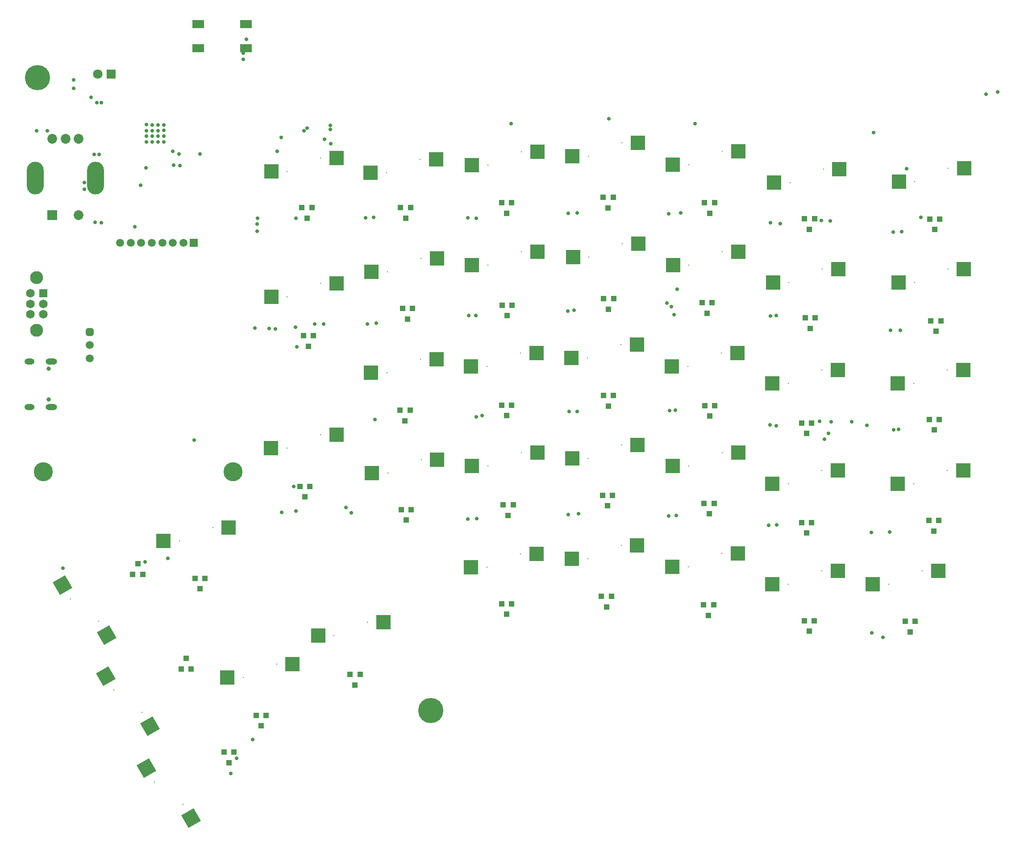
<source format=gbs>
G04*
G04 #@! TF.GenerationSoftware,Altium Limited,Altium Designer,24.10.1 (45)*
G04*
G04 Layer_Color=16711935*
%FSLAX44Y44*%
%MOMM*%
G71*
G04*
G04 #@! TF.SameCoordinates,C5D54C42-AD36-42D0-BC00-7EC9B4A80EB1*
G04*
G04*
G04 #@! TF.FilePolarity,Negative*
G04*
G01*
G75*
%ADD81R,1.0032X1.1032*%
%ADD138C,0.2032*%
%ADD139C,0.7032*%
%ADD140R,1.5112X1.5112*%
%ADD141C,1.5112*%
%ADD142C,4.7752*%
%ADD143R,1.8532X1.8532*%
%ADD144C,1.8532*%
%ADD145O,3.2032X6.2032*%
%ADD146C,1.8032*%
%ADD147R,1.8032X1.8032*%
G04:AMPARAMS|DCode=148|XSize=1.5112mm|YSize=1.5112mm|CornerRadius=0.4286mm|HoleSize=0mm|Usage=FLASHONLY|Rotation=90.000|XOffset=0mm|YOffset=0mm|HoleType=Round|Shape=RoundedRectangle|*
%AMROUNDEDRECTD148*
21,1,1.5112,0.6540,0,0,90.0*
21,1,0.6540,1.5112,0,0,90.0*
1,1,0.8572,0.3270,0.3270*
1,1,0.8572,0.3270,-0.3270*
1,1,0.8572,-0.3270,-0.3270*
1,1,0.8572,-0.3270,0.3270*
%
%ADD148ROUNDEDRECTD148*%
%ADD149O,1.9032X1.1032*%
%ADD150O,2.2032X1.1032*%
%ADD151C,0.8032*%
%ADD152R,1.6412X1.6412*%
%ADD153C,1.6412*%
%ADD154C,2.4682*%
%ADD155C,0.7366*%
%ADD190R,2.3032X1.6032*%
%ADD191C,3.6032*%
G04:AMPARAMS|DCode=192|XSize=2.7532mm|YSize=2.7032mm|CornerRadius=0mm|HoleSize=0mm|Usage=FLASHONLY|Rotation=300.000|XOffset=0mm|YOffset=0mm|HoleType=Round|Shape=Rectangle|*
%AMROTATEDRECTD192*
4,1,4,-1.8588,0.5164,0.4822,1.8680,1.8588,-0.5164,-0.4822,-1.8680,-1.8588,0.5164,0.0*
%
%ADD192ROTATEDRECTD192*%

%ADD193R,2.7532X2.7032*%
D81*
X226822Y-52484D02*
D03*
X217322Y-72484D02*
D03*
X236322D02*
D03*
X328016Y-251808D02*
D03*
X309016D02*
D03*
X318516Y-231808D02*
D03*
X390550Y-409608D02*
D03*
X409550D02*
D03*
X400050Y-429608D02*
D03*
X344932Y-100170D02*
D03*
X354432Y-80170D02*
D03*
X335432D02*
D03*
X451510Y-340012D02*
D03*
X470510D02*
D03*
X461010Y-360012D02*
D03*
X639064Y-282288D02*
D03*
X648564Y-262288D02*
D03*
X629564D02*
D03*
X1495552Y194470D02*
D03*
X1505052Y214470D02*
D03*
X1486052D02*
D03*
X1302410Y247744D02*
D03*
X1321410D02*
D03*
X1311910Y227744D02*
D03*
X1119390Y246420D02*
D03*
X1128890Y266420D02*
D03*
X1109890D02*
D03*
X917104Y248386D02*
D03*
X936104D02*
D03*
X926604Y228386D02*
D03*
X724306Y238854D02*
D03*
X743306D02*
D03*
X733806Y218854D02*
D03*
X1682648Y-161704D02*
D03*
X1701648D02*
D03*
X1692148Y-181704D02*
D03*
X1500632Y-180434D02*
D03*
X1510132Y-160434D02*
D03*
X1491132D02*
D03*
X1300124Y-130208D02*
D03*
X1319124D02*
D03*
X1309624Y-150208D02*
D03*
X1115822Y-134206D02*
D03*
X1125322Y-114206D02*
D03*
X1106322D02*
D03*
X916838Y-128430D02*
D03*
X935838D02*
D03*
X926338Y-148430D02*
D03*
X543712Y74488D02*
D03*
X553212Y94488D02*
D03*
X534212D02*
D03*
X726338Y50386D02*
D03*
X745338D02*
D03*
X735838Y30386D02*
D03*
X919886Y59022D02*
D03*
X938886D02*
D03*
X929386Y39022D02*
D03*
X1108354Y77564D02*
D03*
X1127354D02*
D03*
X1117854Y57564D02*
D03*
X1310640Y42070D02*
D03*
X1320140Y62070D02*
D03*
X1301140D02*
D03*
X1485798Y25748D02*
D03*
X1504798D02*
D03*
X1495298Y5748D02*
D03*
X1736852Y9812D02*
D03*
X1746352Y29812D02*
D03*
X1727352D02*
D03*
X1728368Y221328D02*
D03*
X1747368D02*
D03*
X1737868Y201328D02*
D03*
X1740662Y388526D02*
D03*
X1750162Y408526D02*
D03*
X1731162D02*
D03*
X1492922Y413994D02*
D03*
X1511922D02*
D03*
X1502422Y393994D02*
D03*
X1306830Y422562D02*
D03*
X1316330Y442562D02*
D03*
X1297330D02*
D03*
X1119886Y430182D02*
D03*
X1129386Y450182D02*
D03*
X1110386D02*
D03*
X927608Y417990D02*
D03*
X937108Y437990D02*
D03*
X918108D02*
D03*
X738632Y411894D02*
D03*
X748132Y431894D02*
D03*
X729132D02*
D03*
X550672Y360078D02*
D03*
X560172Y380078D02*
D03*
X541172D02*
D03*
X547726Y603062D02*
D03*
X557226Y623062D02*
D03*
X538226D02*
D03*
X734822Y603156D02*
D03*
X744322Y623156D02*
D03*
X725322D02*
D03*
X917104Y632180D02*
D03*
X936104D02*
D03*
X926604Y612180D02*
D03*
X1119136Y622594D02*
D03*
X1128636Y642594D02*
D03*
X1109636D02*
D03*
X1301914Y632180D02*
D03*
X1320914D02*
D03*
X1311414Y612180D02*
D03*
X1500898Y581700D02*
D03*
X1510398Y601700D02*
D03*
X1491398D02*
D03*
X1728876Y601566D02*
D03*
X1747876D02*
D03*
X1738376Y581566D02*
D03*
D138*
X312427Y-508542D02*
D03*
X258680Y-466249D02*
D03*
X181091Y-292041D02*
D03*
X234838Y-334333D02*
D03*
X153050Y-161867D02*
D03*
X99303Y-119575D02*
D03*
X305541Y-9391D02*
D03*
X369041Y16008D02*
D03*
X426669Y-268490D02*
D03*
X490169Y-243090D02*
D03*
X599165Y-188715D02*
D03*
X662665Y-163316D02*
D03*
X510286Y454098D02*
D03*
X573786Y479498D02*
D03*
X1463781Y671075D02*
D03*
X1527281Y696475D02*
D03*
X1272009Y704321D02*
D03*
X1335509Y729721D02*
D03*
X1081511Y720350D02*
D03*
X1145011Y745751D02*
D03*
X891011Y704094D02*
D03*
X954511Y729494D02*
D03*
X764005Y526520D02*
D03*
X700505Y501120D02*
D03*
X954506Y539220D02*
D03*
X891006Y513820D02*
D03*
X1146027Y554996D02*
D03*
X1082527Y529596D02*
D03*
X1335765Y539757D02*
D03*
X1272265Y514357D02*
D03*
X1525503Y506737D02*
D03*
X1462003Y481337D02*
D03*
X1524213Y315233D02*
D03*
X1460713Y289833D02*
D03*
X1333712Y346983D02*
D03*
X1270212Y321583D02*
D03*
X1143210Y362960D02*
D03*
X1079710Y337560D02*
D03*
X952709Y346983D02*
D03*
X889209Y321583D02*
D03*
X762995Y335794D02*
D03*
X699495Y310394D02*
D03*
X510011Y167139D02*
D03*
X573511Y192539D02*
D03*
X764540Y145034D02*
D03*
X701040Y119634D02*
D03*
X954506Y158217D02*
D03*
X891006Y132817D02*
D03*
X1144503Y172727D02*
D03*
X1081003Y147327D02*
D03*
X1335509Y158217D02*
D03*
X1272009Y132817D02*
D03*
X1524213Y124731D02*
D03*
X1460713Y99331D02*
D03*
X889209Y-59420D02*
D03*
X952709Y-34020D02*
D03*
X1080241Y-42666D02*
D03*
X1143741Y-17266D02*
D03*
X1270995Y-58667D02*
D03*
X1334495Y-33267D02*
D03*
X1524213Y-65770D02*
D03*
X1460713Y-91170D02*
D03*
X1714714Y-65770D02*
D03*
X1651214Y-91170D02*
D03*
X1698840Y99331D02*
D03*
X1762339Y124731D02*
D03*
X1762340Y315233D02*
D03*
X1698840Y289833D02*
D03*
X1700002Y481337D02*
D03*
X1763501Y506737D02*
D03*
X1700763Y672344D02*
D03*
X1764263Y697744D02*
D03*
X573786Y716988D02*
D03*
X510286Y691588D02*
D03*
X698754Y689556D02*
D03*
X762254Y714956D02*
D03*
D139*
X265370Y780314D02*
D03*
X276546D02*
D03*
Y769392D02*
D03*
X276292Y758724D02*
D03*
Y747548D02*
D03*
X265624D02*
D03*
X265370Y758724D02*
D03*
Y769138D02*
D03*
X254194D02*
D03*
X254448Y758978D02*
D03*
X254194Y747802D02*
D03*
Y780314D02*
D03*
X243526Y780568D02*
D03*
Y769138D02*
D03*
X243272Y758724D02*
D03*
X243018Y747802D02*
D03*
D140*
X333398Y556602D02*
D03*
D141*
X313398D02*
D03*
X293398D02*
D03*
X273398D02*
D03*
X253398D02*
D03*
X233398D02*
D03*
X213398D02*
D03*
X193398D02*
D03*
X136144Y337458D02*
D03*
Y362458D02*
D03*
D142*
X36576Y869950D02*
D03*
X782574Y-330962D02*
D03*
D143*
X64662Y608942D02*
D03*
D144*
X114662D02*
D03*
X64662Y753942D02*
D03*
X89662D02*
D03*
X114662D02*
D03*
D145*
X32662Y678942D02*
D03*
X146662D02*
D03*
D146*
X150876Y876046D02*
D03*
D147*
X176276D02*
D03*
D148*
X136144Y387458D02*
D03*
D149*
X21334Y245080D02*
D03*
Y331580D02*
D03*
D150*
X63034Y245080D02*
D03*
Y331580D02*
D03*
D151*
X58134Y259430D02*
D03*
Y317230D02*
D03*
D152*
X47806Y460690D02*
D03*
D153*
Y440690D02*
D03*
Y420690D02*
D03*
X22806Y460690D02*
D03*
Y440690D02*
D03*
Y420690D02*
D03*
D154*
X35306Y490690D02*
D03*
Y390690D02*
D03*
D155*
X432562Y942482D02*
D03*
X334010Y181864D02*
D03*
X528828Y359410D02*
D03*
X1712214Y604774D02*
D03*
X1540510Y597916D02*
D03*
X1523238Y598424D02*
D03*
X1670227Y202515D02*
D03*
X1610106Y210312D02*
D03*
X1581404Y216916D02*
D03*
X1541780D02*
D03*
X1520190Y217424D02*
D03*
X426894Y904494D02*
D03*
X426720Y915924D02*
D03*
X1619504Y-183896D02*
D03*
X1640332Y-192278D02*
D03*
X1660906Y201930D02*
D03*
X1685036Y696722D02*
D03*
X1654302Y390144D02*
D03*
X1060366Y236185D02*
D03*
X522732Y94234D02*
D03*
X526542Y47244D02*
D03*
X403606Y-450342D02*
D03*
X444500Y-385572D02*
D03*
X526288Y396748D02*
D03*
X487680Y393192D02*
D03*
X475996Y393446D02*
D03*
X449199Y394971D02*
D03*
X240792Y-49276D02*
D03*
X284226Y-42164D02*
D03*
X84836Y-60960D02*
D03*
X1835658Y838273D02*
D03*
X677037Y220726D02*
D03*
X499618Y45212D02*
D03*
X1244346Y419862D02*
D03*
X1230122Y441960D02*
D03*
X579628Y402336D02*
D03*
X562864Y402082D02*
D03*
X414020Y-421132D02*
D03*
X157503Y594360D02*
D03*
X146050Y595122D02*
D03*
X1622552Y765556D02*
D03*
X1283462Y782828D02*
D03*
X1120085Y791718D02*
D03*
X934974Y782828D02*
D03*
X621792Y54356D02*
D03*
X632285Y43758D02*
D03*
X1438148Y209042D02*
D03*
X1426464Y210820D02*
D03*
X1246378Y239014D02*
D03*
X1235388Y238228D02*
D03*
X1044702Y236220D02*
D03*
X879602Y229108D02*
D03*
X868938Y226565D02*
D03*
X1652778Y7874D02*
D03*
X1618392Y6998D02*
D03*
X1438402Y21336D02*
D03*
X1423670Y20574D02*
D03*
X1247902Y39370D02*
D03*
X1234186Y37846D02*
D03*
X1063063Y42218D02*
D03*
X1043686Y40640D02*
D03*
X869950Y33528D02*
D03*
X853067Y32281D02*
D03*
X1673056Y390339D02*
D03*
X1438148Y418084D02*
D03*
X1427269Y417351D02*
D03*
X1249747Y468744D02*
D03*
X1238772Y435115D02*
D03*
X1054354Y428498D02*
D03*
X1042924Y427228D02*
D03*
X868172Y418338D02*
D03*
X854456D02*
D03*
X678942Y403606D02*
D03*
X662432Y402082D02*
D03*
X1537208Y194725D02*
D03*
X1529334Y183642D02*
D03*
X852603Y603683D02*
D03*
X1427267Y594565D02*
D03*
X1857756Y842518D02*
D03*
X527304Y602742D02*
D03*
X674624Y604520D02*
D03*
X659213Y604038D02*
D03*
X580898Y752856D02*
D03*
X498887Y756158D02*
D03*
X491490Y729996D02*
D03*
X541782Y768604D02*
D03*
X547878Y773684D02*
D03*
X591820Y779272D02*
D03*
X592328Y771144D02*
D03*
X593090Y744474D02*
D03*
X1675638Y577596D02*
D03*
X1659636Y577088D02*
D03*
X1445514Y592836D02*
D03*
X1256728Y613059D02*
D03*
X1234207Y611478D02*
D03*
X1060450Y613410D02*
D03*
X1042975Y612663D02*
D03*
X869188Y602742D02*
D03*
X242365Y698674D02*
D03*
X232664Y665734D02*
D03*
X294894Y703326D02*
D03*
X306483Y702723D02*
D03*
X293624Y729742D02*
D03*
X454406Y602742D02*
D03*
X453390Y591820D02*
D03*
X452882Y578358D02*
D03*
X305352Y724613D02*
D03*
X344777Y725043D02*
D03*
X138684Y832104D02*
D03*
X34798Y769112D02*
D03*
X125694Y670778D02*
D03*
X144399Y723900D02*
D03*
X105156Y865642D02*
D03*
X153416Y724154D02*
D03*
X125222Y658062D02*
D03*
X220980Y586994D02*
D03*
X55372Y769112D02*
D03*
X157608Y822073D02*
D03*
X149098Y821944D02*
D03*
X105156Y849376D02*
D03*
D190*
X341088Y925936D02*
D03*
X432088D02*
D03*
Y970936D02*
D03*
X341088D02*
D03*
D191*
X47584Y122428D02*
D03*
X407584D02*
D03*
D192*
X243575Y-440086D02*
D03*
X327532Y-534704D02*
D03*
X249943Y-360496D02*
D03*
X165986Y-265878D02*
D03*
X84198Y-93412D02*
D03*
X168155Y-188030D02*
D03*
D193*
X399252Y16008D02*
D03*
X275331Y-9391D02*
D03*
X520379Y-243090D02*
D03*
X396459Y-268490D02*
D03*
X692875Y-163316D02*
D03*
X568955Y-188715D02*
D03*
X603996Y479498D02*
D03*
X480076Y454098D02*
D03*
X1557491Y696475D02*
D03*
X1433571Y671075D02*
D03*
X1365719Y729721D02*
D03*
X1241799Y704321D02*
D03*
X1175221Y745751D02*
D03*
X1051301Y720350D02*
D03*
X984721Y729494D02*
D03*
X860801Y704094D02*
D03*
X670295Y501120D02*
D03*
X794215Y526520D02*
D03*
X860796Y513820D02*
D03*
X984716Y539220D02*
D03*
X1052317Y529596D02*
D03*
X1176237Y554996D02*
D03*
X1242055Y514357D02*
D03*
X1365975Y539757D02*
D03*
X1431793Y481337D02*
D03*
X1555713Y506737D02*
D03*
X1430503Y289833D02*
D03*
X1554423Y315233D02*
D03*
X1240002Y321583D02*
D03*
X1363922Y346983D02*
D03*
X1049500Y337560D02*
D03*
X1173420Y362960D02*
D03*
X858999Y321583D02*
D03*
X982919Y346983D02*
D03*
X669285Y310394D02*
D03*
X793205Y335794D02*
D03*
X603721Y192539D02*
D03*
X479801Y167139D02*
D03*
X670830Y119634D02*
D03*
X794750Y145034D02*
D03*
X860796Y132817D02*
D03*
X984716Y158217D02*
D03*
X1050793Y147327D02*
D03*
X1174713Y172727D02*
D03*
X1241799Y132817D02*
D03*
X1365719Y158217D02*
D03*
X1430503Y99331D02*
D03*
X1554423Y124731D02*
D03*
X982919Y-34020D02*
D03*
X858999Y-59420D02*
D03*
X1173951Y-17266D02*
D03*
X1050031Y-42666D02*
D03*
X1364705Y-33267D02*
D03*
X1240785Y-58667D02*
D03*
X1430503Y-91170D02*
D03*
X1554423Y-65770D02*
D03*
X1621004Y-91170D02*
D03*
X1744924Y-65770D02*
D03*
X1792549Y124731D02*
D03*
X1668629Y99331D02*
D03*
X1668630Y289833D02*
D03*
X1792550Y315233D02*
D03*
X1793712Y506737D02*
D03*
X1669792Y481337D02*
D03*
X1794473Y697744D02*
D03*
X1670553Y672344D02*
D03*
X480076Y691588D02*
D03*
X603996Y716988D02*
D03*
X792464Y714956D02*
D03*
X668544Y689556D02*
D03*
M02*

</source>
